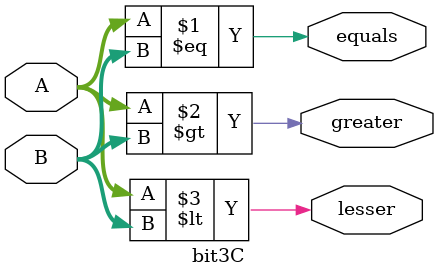
<source format=v>
`ifndef bit3C_MODULE
`define bit3C_MODULE
module bit3C(
    input [2:0]A,
    input [2:0]B,
    output wire equals, greater, lesser 
);

    assign equals = (A==B);
    assign greater =(A>B);
    assign lesser =(A<B);
endmodule
`endif
</source>
